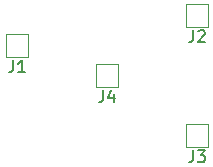
<source format=gbr>
%TF.GenerationSoftware,KiCad,Pcbnew,7.0.9-7.0.9~ubuntu22.04.1*%
%TF.CreationDate,2023-12-12T22:47:25+09:00*%
%TF.ProjectId,sample,73616d70-6c65-42e6-9b69-6361645f7063,rev?*%
%TF.SameCoordinates,Original*%
%TF.FileFunction,Legend,Top*%
%TF.FilePolarity,Positive*%
%FSLAX46Y46*%
G04 Gerber Fmt 4.6, Leading zero omitted, Abs format (unit mm)*
G04 Created by KiCad (PCBNEW 7.0.9-7.0.9~ubuntu22.04.1) date 2023-12-12 22:47:25*
%MOMM*%
%LPD*%
G01*
G04 APERTURE LIST*
%ADD10C,0.150000*%
%ADD11C,0.120000*%
G04 APERTURE END LIST*
D10*
X55546666Y-26654819D02*
X55546666Y-27369104D01*
X55546666Y-27369104D02*
X55499047Y-27511961D01*
X55499047Y-27511961D02*
X55403809Y-27607200D01*
X55403809Y-27607200D02*
X55260952Y-27654819D01*
X55260952Y-27654819D02*
X55165714Y-27654819D01*
X55975238Y-26750057D02*
X56022857Y-26702438D01*
X56022857Y-26702438D02*
X56118095Y-26654819D01*
X56118095Y-26654819D02*
X56356190Y-26654819D01*
X56356190Y-26654819D02*
X56451428Y-26702438D01*
X56451428Y-26702438D02*
X56499047Y-26750057D01*
X56499047Y-26750057D02*
X56546666Y-26845295D01*
X56546666Y-26845295D02*
X56546666Y-26940533D01*
X56546666Y-26940533D02*
X56499047Y-27083390D01*
X56499047Y-27083390D02*
X55927619Y-27654819D01*
X55927619Y-27654819D02*
X56546666Y-27654819D01*
X47926666Y-31734819D02*
X47926666Y-32449104D01*
X47926666Y-32449104D02*
X47879047Y-32591961D01*
X47879047Y-32591961D02*
X47783809Y-32687200D01*
X47783809Y-32687200D02*
X47640952Y-32734819D01*
X47640952Y-32734819D02*
X47545714Y-32734819D01*
X48831428Y-32068152D02*
X48831428Y-32734819D01*
X48593333Y-31687200D02*
X48355238Y-32401485D01*
X48355238Y-32401485D02*
X48974285Y-32401485D01*
X55546666Y-36814819D02*
X55546666Y-37529104D01*
X55546666Y-37529104D02*
X55499047Y-37671961D01*
X55499047Y-37671961D02*
X55403809Y-37767200D01*
X55403809Y-37767200D02*
X55260952Y-37814819D01*
X55260952Y-37814819D02*
X55165714Y-37814819D01*
X55927619Y-36814819D02*
X56546666Y-36814819D01*
X56546666Y-36814819D02*
X56213333Y-37195771D01*
X56213333Y-37195771D02*
X56356190Y-37195771D01*
X56356190Y-37195771D02*
X56451428Y-37243390D01*
X56451428Y-37243390D02*
X56499047Y-37291009D01*
X56499047Y-37291009D02*
X56546666Y-37386247D01*
X56546666Y-37386247D02*
X56546666Y-37624342D01*
X56546666Y-37624342D02*
X56499047Y-37719580D01*
X56499047Y-37719580D02*
X56451428Y-37767200D01*
X56451428Y-37767200D02*
X56356190Y-37814819D01*
X56356190Y-37814819D02*
X56070476Y-37814819D01*
X56070476Y-37814819D02*
X55975238Y-37767200D01*
X55975238Y-37767200D02*
X55927619Y-37719580D01*
X40306666Y-29194819D02*
X40306666Y-29909104D01*
X40306666Y-29909104D02*
X40259047Y-30051961D01*
X40259047Y-30051961D02*
X40163809Y-30147200D01*
X40163809Y-30147200D02*
X40020952Y-30194819D01*
X40020952Y-30194819D02*
X39925714Y-30194819D01*
X41306666Y-30194819D02*
X40735238Y-30194819D01*
X41020952Y-30194819D02*
X41020952Y-29194819D01*
X41020952Y-29194819D02*
X40925714Y-29337676D01*
X40925714Y-29337676D02*
X40830476Y-29432914D01*
X40830476Y-29432914D02*
X40735238Y-29480533D01*
D11*
%TO.C,J2*%
X54930000Y-24450000D02*
X54930000Y-26350000D01*
X54930000Y-26350000D02*
X56780000Y-26350000D01*
X56780000Y-24450000D02*
X54930000Y-24450000D01*
X56780000Y-24500000D02*
X56780000Y-24450000D01*
X56780000Y-26350000D02*
X56780000Y-24500000D01*
%TO.C,J4*%
X47310000Y-29530000D02*
X47310000Y-31430000D01*
X47310000Y-31430000D02*
X49160000Y-31430000D01*
X49160000Y-29530000D02*
X47310000Y-29530000D01*
X49160000Y-29580000D02*
X49160000Y-29530000D01*
X49160000Y-31430000D02*
X49160000Y-29580000D01*
%TO.C,J3*%
X54930000Y-34610000D02*
X54930000Y-36510000D01*
X54930000Y-36510000D02*
X56780000Y-36510000D01*
X56780000Y-34610000D02*
X54930000Y-34610000D01*
X56780000Y-34660000D02*
X56780000Y-34610000D01*
X56780000Y-36510000D02*
X56780000Y-34660000D01*
%TO.C,J1*%
X39690000Y-26990000D02*
X39690000Y-28890000D01*
X39690000Y-28890000D02*
X41540000Y-28890000D01*
X41540000Y-26990000D02*
X39690000Y-26990000D01*
X41540000Y-27040000D02*
X41540000Y-26990000D01*
X41540000Y-28890000D02*
X41540000Y-27040000D01*
%TD*%
M02*

</source>
